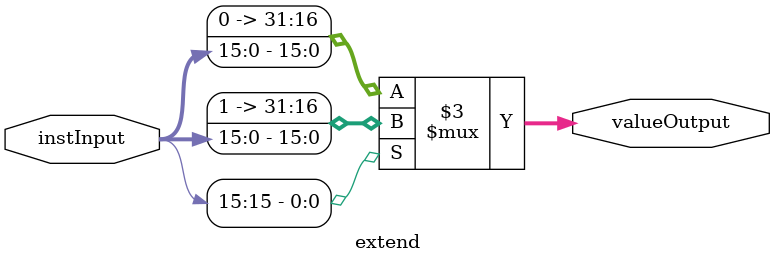
<source format=v>
module extend(instInput, valueOutput);
	input	[31:0] instInput;
	output reg [31:0] valueOutput;
	
	always @ (*) begin
		if(instInput[15])
			valueOutput <= {16'hFFFF, instInput[15:0]};
		else 
			valueOutput <= {16'h0000, instInput[15:0]};
	end
endmodule
</source>
